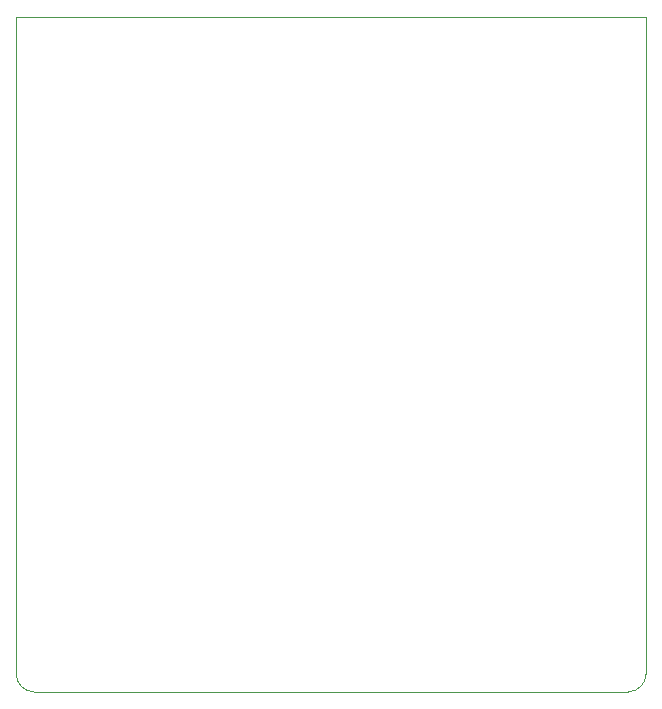
<source format=gbr>
%TF.GenerationSoftware,KiCad,Pcbnew,(5.1.6)-1*%
%TF.CreationDate,2022-10-28T15:03:09-04:00*%
%TF.ProjectId,Amiga ESP32fi,416d6967-6120-4455-9350-333266692e6b,rev?*%
%TF.SameCoordinates,Original*%
%TF.FileFunction,Profile,NP*%
%FSLAX46Y46*%
G04 Gerber Fmt 4.6, Leading zero omitted, Abs format (unit mm)*
G04 Created by KiCad (PCBNEW (5.1.6)-1) date 2022-10-28 15:03:09*
%MOMM*%
%LPD*%
G01*
G04 APERTURE LIST*
%TA.AperFunction,Profile*%
%ADD10C,0.050000*%
%TD*%
G04 APERTURE END LIST*
D10*
X180340000Y-143256000D02*
G75*
G02*
X178816000Y-144780000I-1524000J0D01*
G01*
X128524000Y-144780000D02*
G75*
G02*
X127000000Y-143256000I0J1524000D01*
G01*
X128524000Y-144780000D02*
X128524000Y-144780000D01*
X127000000Y-87630000D02*
X127000000Y-143256000D01*
X148082000Y-144780000D02*
X128524000Y-144780000D01*
X158750000Y-144780000D02*
X148082000Y-144780000D01*
X178816000Y-144780000D02*
X158750000Y-144780000D01*
X180340000Y-87630000D02*
X180340000Y-143256000D01*
X127000000Y-87630000D02*
X180340000Y-87630000D01*
M02*

</source>
